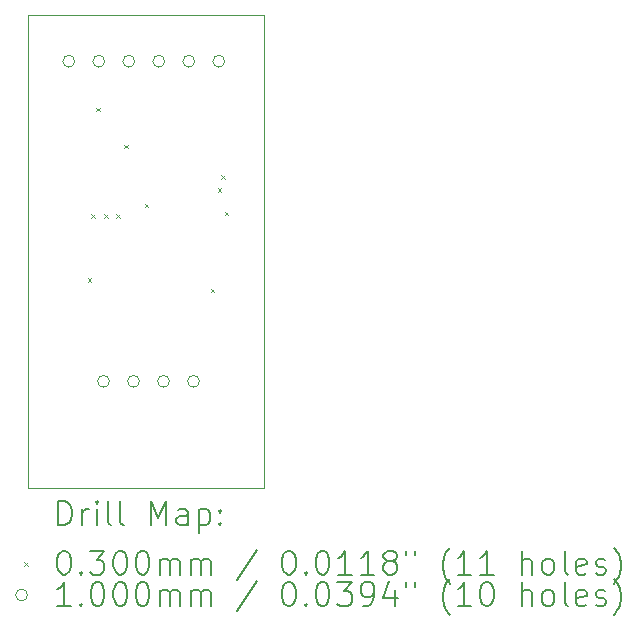
<source format=gbr>
%TF.GenerationSoftware,KiCad,Pcbnew,7.0.10-7.0.10~ubuntu22.04.1*%
%TF.CreationDate,2024-01-27T22:34:03+01:00*%
%TF.ProjectId,pmod_adc12,706d6f64-5f61-4646-9331-322e6b696361,rev?*%
%TF.SameCoordinates,Original*%
%TF.FileFunction,Drillmap*%
%TF.FilePolarity,Positive*%
%FSLAX45Y45*%
G04 Gerber Fmt 4.5, Leading zero omitted, Abs format (unit mm)*
G04 Created by KiCad (PCBNEW 7.0.10-7.0.10~ubuntu22.04.1) date 2024-01-27 22:34:03*
%MOMM*%
%LPD*%
G01*
G04 APERTURE LIST*
%ADD10C,0.100000*%
%ADD11C,0.200000*%
G04 APERTURE END LIST*
D10*
X10000000Y-8000000D02*
X10000000Y-4000000D01*
X12000000Y-8000000D02*
X10000000Y-8000000D01*
X12000000Y-4000000D02*
X12000000Y-8000000D01*
X10000000Y-4000000D02*
X12000000Y-4000000D01*
D11*
D10*
X10505000Y-6225000D02*
X10535000Y-6255000D01*
X10535000Y-6225000D02*
X10505000Y-6255000D01*
X10535000Y-5685000D02*
X10565000Y-5715000D01*
X10565000Y-5685000D02*
X10535000Y-5715000D01*
X10575000Y-4782500D02*
X10605000Y-4812500D01*
X10605000Y-4782500D02*
X10575000Y-4812500D01*
X10645000Y-5685000D02*
X10675000Y-5715000D01*
X10675000Y-5685000D02*
X10645000Y-5715000D01*
X10745000Y-5685000D02*
X10775000Y-5715000D01*
X10775000Y-5685000D02*
X10745000Y-5715000D01*
X10815000Y-5095000D02*
X10845000Y-5125000D01*
X10845000Y-5095000D02*
X10815000Y-5125000D01*
X10985000Y-5595000D02*
X11015000Y-5625000D01*
X11015000Y-5595000D02*
X10985000Y-5625000D01*
X11545000Y-6315000D02*
X11575000Y-6345000D01*
X11575000Y-6315000D02*
X11545000Y-6345000D01*
X11605000Y-5465000D02*
X11635000Y-5495000D01*
X11635000Y-5465000D02*
X11605000Y-5495000D01*
X11635000Y-5355000D02*
X11665000Y-5385000D01*
X11665000Y-5355000D02*
X11635000Y-5385000D01*
X11665000Y-5665000D02*
X11695000Y-5695000D01*
X11695000Y-5665000D02*
X11665000Y-5695000D01*
X10394000Y-4390000D02*
G75*
G03*
X10294000Y-4390000I-50000J0D01*
G01*
X10294000Y-4390000D02*
G75*
G03*
X10394000Y-4390000I50000J0D01*
G01*
X10648000Y-4390000D02*
G75*
G03*
X10548000Y-4390000I-50000J0D01*
G01*
X10548000Y-4390000D02*
G75*
G03*
X10648000Y-4390000I50000J0D01*
G01*
X10688000Y-7100000D02*
G75*
G03*
X10588000Y-7100000I-50000J0D01*
G01*
X10588000Y-7100000D02*
G75*
G03*
X10688000Y-7100000I50000J0D01*
G01*
X10902000Y-4390000D02*
G75*
G03*
X10802000Y-4390000I-50000J0D01*
G01*
X10802000Y-4390000D02*
G75*
G03*
X10902000Y-4390000I50000J0D01*
G01*
X10942000Y-7100000D02*
G75*
G03*
X10842000Y-7100000I-50000J0D01*
G01*
X10842000Y-7100000D02*
G75*
G03*
X10942000Y-7100000I50000J0D01*
G01*
X11156000Y-4390000D02*
G75*
G03*
X11056000Y-4390000I-50000J0D01*
G01*
X11056000Y-4390000D02*
G75*
G03*
X11156000Y-4390000I50000J0D01*
G01*
X11196000Y-7100000D02*
G75*
G03*
X11096000Y-7100000I-50000J0D01*
G01*
X11096000Y-7100000D02*
G75*
G03*
X11196000Y-7100000I50000J0D01*
G01*
X11410000Y-4390000D02*
G75*
G03*
X11310000Y-4390000I-50000J0D01*
G01*
X11310000Y-4390000D02*
G75*
G03*
X11410000Y-4390000I50000J0D01*
G01*
X11450000Y-7100000D02*
G75*
G03*
X11350000Y-7100000I-50000J0D01*
G01*
X11350000Y-7100000D02*
G75*
G03*
X11450000Y-7100000I50000J0D01*
G01*
X11664000Y-4390000D02*
G75*
G03*
X11564000Y-4390000I-50000J0D01*
G01*
X11564000Y-4390000D02*
G75*
G03*
X11664000Y-4390000I50000J0D01*
G01*
D11*
X10255777Y-8316484D02*
X10255777Y-8116484D01*
X10255777Y-8116484D02*
X10303396Y-8116484D01*
X10303396Y-8116484D02*
X10331967Y-8126008D01*
X10331967Y-8126008D02*
X10351015Y-8145055D01*
X10351015Y-8145055D02*
X10360539Y-8164103D01*
X10360539Y-8164103D02*
X10370063Y-8202198D01*
X10370063Y-8202198D02*
X10370063Y-8230769D01*
X10370063Y-8230769D02*
X10360539Y-8268865D01*
X10360539Y-8268865D02*
X10351015Y-8287912D01*
X10351015Y-8287912D02*
X10331967Y-8306960D01*
X10331967Y-8306960D02*
X10303396Y-8316484D01*
X10303396Y-8316484D02*
X10255777Y-8316484D01*
X10455777Y-8316484D02*
X10455777Y-8183150D01*
X10455777Y-8221246D02*
X10465301Y-8202198D01*
X10465301Y-8202198D02*
X10474824Y-8192674D01*
X10474824Y-8192674D02*
X10493872Y-8183150D01*
X10493872Y-8183150D02*
X10512920Y-8183150D01*
X10579586Y-8316484D02*
X10579586Y-8183150D01*
X10579586Y-8116484D02*
X10570063Y-8126008D01*
X10570063Y-8126008D02*
X10579586Y-8135531D01*
X10579586Y-8135531D02*
X10589110Y-8126008D01*
X10589110Y-8126008D02*
X10579586Y-8116484D01*
X10579586Y-8116484D02*
X10579586Y-8135531D01*
X10703396Y-8316484D02*
X10684348Y-8306960D01*
X10684348Y-8306960D02*
X10674824Y-8287912D01*
X10674824Y-8287912D02*
X10674824Y-8116484D01*
X10808158Y-8316484D02*
X10789110Y-8306960D01*
X10789110Y-8306960D02*
X10779586Y-8287912D01*
X10779586Y-8287912D02*
X10779586Y-8116484D01*
X11036729Y-8316484D02*
X11036729Y-8116484D01*
X11036729Y-8116484D02*
X11103396Y-8259341D01*
X11103396Y-8259341D02*
X11170063Y-8116484D01*
X11170063Y-8116484D02*
X11170063Y-8316484D01*
X11351015Y-8316484D02*
X11351015Y-8211722D01*
X11351015Y-8211722D02*
X11341491Y-8192674D01*
X11341491Y-8192674D02*
X11322443Y-8183150D01*
X11322443Y-8183150D02*
X11284348Y-8183150D01*
X11284348Y-8183150D02*
X11265301Y-8192674D01*
X11351015Y-8306960D02*
X11331967Y-8316484D01*
X11331967Y-8316484D02*
X11284348Y-8316484D01*
X11284348Y-8316484D02*
X11265301Y-8306960D01*
X11265301Y-8306960D02*
X11255777Y-8287912D01*
X11255777Y-8287912D02*
X11255777Y-8268865D01*
X11255777Y-8268865D02*
X11265301Y-8249817D01*
X11265301Y-8249817D02*
X11284348Y-8240293D01*
X11284348Y-8240293D02*
X11331967Y-8240293D01*
X11331967Y-8240293D02*
X11351015Y-8230769D01*
X11446253Y-8183150D02*
X11446253Y-8383150D01*
X11446253Y-8192674D02*
X11465301Y-8183150D01*
X11465301Y-8183150D02*
X11503396Y-8183150D01*
X11503396Y-8183150D02*
X11522443Y-8192674D01*
X11522443Y-8192674D02*
X11531967Y-8202198D01*
X11531967Y-8202198D02*
X11541491Y-8221246D01*
X11541491Y-8221246D02*
X11541491Y-8278388D01*
X11541491Y-8278388D02*
X11531967Y-8297436D01*
X11531967Y-8297436D02*
X11522443Y-8306960D01*
X11522443Y-8306960D02*
X11503396Y-8316484D01*
X11503396Y-8316484D02*
X11465301Y-8316484D01*
X11465301Y-8316484D02*
X11446253Y-8306960D01*
X11627205Y-8297436D02*
X11636729Y-8306960D01*
X11636729Y-8306960D02*
X11627205Y-8316484D01*
X11627205Y-8316484D02*
X11617682Y-8306960D01*
X11617682Y-8306960D02*
X11627205Y-8297436D01*
X11627205Y-8297436D02*
X11627205Y-8316484D01*
X11627205Y-8192674D02*
X11636729Y-8202198D01*
X11636729Y-8202198D02*
X11627205Y-8211722D01*
X11627205Y-8211722D02*
X11617682Y-8202198D01*
X11617682Y-8202198D02*
X11627205Y-8192674D01*
X11627205Y-8192674D02*
X11627205Y-8211722D01*
D10*
X9965000Y-8630000D02*
X9995000Y-8660000D01*
X9995000Y-8630000D02*
X9965000Y-8660000D01*
D11*
X10293872Y-8536484D02*
X10312920Y-8536484D01*
X10312920Y-8536484D02*
X10331967Y-8546008D01*
X10331967Y-8546008D02*
X10341491Y-8555531D01*
X10341491Y-8555531D02*
X10351015Y-8574579D01*
X10351015Y-8574579D02*
X10360539Y-8612674D01*
X10360539Y-8612674D02*
X10360539Y-8660293D01*
X10360539Y-8660293D02*
X10351015Y-8698389D01*
X10351015Y-8698389D02*
X10341491Y-8717436D01*
X10341491Y-8717436D02*
X10331967Y-8726960D01*
X10331967Y-8726960D02*
X10312920Y-8736484D01*
X10312920Y-8736484D02*
X10293872Y-8736484D01*
X10293872Y-8736484D02*
X10274824Y-8726960D01*
X10274824Y-8726960D02*
X10265301Y-8717436D01*
X10265301Y-8717436D02*
X10255777Y-8698389D01*
X10255777Y-8698389D02*
X10246253Y-8660293D01*
X10246253Y-8660293D02*
X10246253Y-8612674D01*
X10246253Y-8612674D02*
X10255777Y-8574579D01*
X10255777Y-8574579D02*
X10265301Y-8555531D01*
X10265301Y-8555531D02*
X10274824Y-8546008D01*
X10274824Y-8546008D02*
X10293872Y-8536484D01*
X10446253Y-8717436D02*
X10455777Y-8726960D01*
X10455777Y-8726960D02*
X10446253Y-8736484D01*
X10446253Y-8736484D02*
X10436729Y-8726960D01*
X10436729Y-8726960D02*
X10446253Y-8717436D01*
X10446253Y-8717436D02*
X10446253Y-8736484D01*
X10522444Y-8536484D02*
X10646253Y-8536484D01*
X10646253Y-8536484D02*
X10579586Y-8612674D01*
X10579586Y-8612674D02*
X10608158Y-8612674D01*
X10608158Y-8612674D02*
X10627205Y-8622198D01*
X10627205Y-8622198D02*
X10636729Y-8631722D01*
X10636729Y-8631722D02*
X10646253Y-8650770D01*
X10646253Y-8650770D02*
X10646253Y-8698389D01*
X10646253Y-8698389D02*
X10636729Y-8717436D01*
X10636729Y-8717436D02*
X10627205Y-8726960D01*
X10627205Y-8726960D02*
X10608158Y-8736484D01*
X10608158Y-8736484D02*
X10551015Y-8736484D01*
X10551015Y-8736484D02*
X10531967Y-8726960D01*
X10531967Y-8726960D02*
X10522444Y-8717436D01*
X10770063Y-8536484D02*
X10789110Y-8536484D01*
X10789110Y-8536484D02*
X10808158Y-8546008D01*
X10808158Y-8546008D02*
X10817682Y-8555531D01*
X10817682Y-8555531D02*
X10827205Y-8574579D01*
X10827205Y-8574579D02*
X10836729Y-8612674D01*
X10836729Y-8612674D02*
X10836729Y-8660293D01*
X10836729Y-8660293D02*
X10827205Y-8698389D01*
X10827205Y-8698389D02*
X10817682Y-8717436D01*
X10817682Y-8717436D02*
X10808158Y-8726960D01*
X10808158Y-8726960D02*
X10789110Y-8736484D01*
X10789110Y-8736484D02*
X10770063Y-8736484D01*
X10770063Y-8736484D02*
X10751015Y-8726960D01*
X10751015Y-8726960D02*
X10741491Y-8717436D01*
X10741491Y-8717436D02*
X10731967Y-8698389D01*
X10731967Y-8698389D02*
X10722444Y-8660293D01*
X10722444Y-8660293D02*
X10722444Y-8612674D01*
X10722444Y-8612674D02*
X10731967Y-8574579D01*
X10731967Y-8574579D02*
X10741491Y-8555531D01*
X10741491Y-8555531D02*
X10751015Y-8546008D01*
X10751015Y-8546008D02*
X10770063Y-8536484D01*
X10960539Y-8536484D02*
X10979586Y-8536484D01*
X10979586Y-8536484D02*
X10998634Y-8546008D01*
X10998634Y-8546008D02*
X11008158Y-8555531D01*
X11008158Y-8555531D02*
X11017682Y-8574579D01*
X11017682Y-8574579D02*
X11027205Y-8612674D01*
X11027205Y-8612674D02*
X11027205Y-8660293D01*
X11027205Y-8660293D02*
X11017682Y-8698389D01*
X11017682Y-8698389D02*
X11008158Y-8717436D01*
X11008158Y-8717436D02*
X10998634Y-8726960D01*
X10998634Y-8726960D02*
X10979586Y-8736484D01*
X10979586Y-8736484D02*
X10960539Y-8736484D01*
X10960539Y-8736484D02*
X10941491Y-8726960D01*
X10941491Y-8726960D02*
X10931967Y-8717436D01*
X10931967Y-8717436D02*
X10922444Y-8698389D01*
X10922444Y-8698389D02*
X10912920Y-8660293D01*
X10912920Y-8660293D02*
X10912920Y-8612674D01*
X10912920Y-8612674D02*
X10922444Y-8574579D01*
X10922444Y-8574579D02*
X10931967Y-8555531D01*
X10931967Y-8555531D02*
X10941491Y-8546008D01*
X10941491Y-8546008D02*
X10960539Y-8536484D01*
X11112920Y-8736484D02*
X11112920Y-8603150D01*
X11112920Y-8622198D02*
X11122444Y-8612674D01*
X11122444Y-8612674D02*
X11141491Y-8603150D01*
X11141491Y-8603150D02*
X11170063Y-8603150D01*
X11170063Y-8603150D02*
X11189110Y-8612674D01*
X11189110Y-8612674D02*
X11198634Y-8631722D01*
X11198634Y-8631722D02*
X11198634Y-8736484D01*
X11198634Y-8631722D02*
X11208158Y-8612674D01*
X11208158Y-8612674D02*
X11227205Y-8603150D01*
X11227205Y-8603150D02*
X11255777Y-8603150D01*
X11255777Y-8603150D02*
X11274824Y-8612674D01*
X11274824Y-8612674D02*
X11284348Y-8631722D01*
X11284348Y-8631722D02*
X11284348Y-8736484D01*
X11379586Y-8736484D02*
X11379586Y-8603150D01*
X11379586Y-8622198D02*
X11389110Y-8612674D01*
X11389110Y-8612674D02*
X11408158Y-8603150D01*
X11408158Y-8603150D02*
X11436729Y-8603150D01*
X11436729Y-8603150D02*
X11455777Y-8612674D01*
X11455777Y-8612674D02*
X11465301Y-8631722D01*
X11465301Y-8631722D02*
X11465301Y-8736484D01*
X11465301Y-8631722D02*
X11474824Y-8612674D01*
X11474824Y-8612674D02*
X11493872Y-8603150D01*
X11493872Y-8603150D02*
X11522443Y-8603150D01*
X11522443Y-8603150D02*
X11541491Y-8612674D01*
X11541491Y-8612674D02*
X11551015Y-8631722D01*
X11551015Y-8631722D02*
X11551015Y-8736484D01*
X11941491Y-8526960D02*
X11770063Y-8784103D01*
X12198634Y-8536484D02*
X12217682Y-8536484D01*
X12217682Y-8536484D02*
X12236729Y-8546008D01*
X12236729Y-8546008D02*
X12246253Y-8555531D01*
X12246253Y-8555531D02*
X12255777Y-8574579D01*
X12255777Y-8574579D02*
X12265301Y-8612674D01*
X12265301Y-8612674D02*
X12265301Y-8660293D01*
X12265301Y-8660293D02*
X12255777Y-8698389D01*
X12255777Y-8698389D02*
X12246253Y-8717436D01*
X12246253Y-8717436D02*
X12236729Y-8726960D01*
X12236729Y-8726960D02*
X12217682Y-8736484D01*
X12217682Y-8736484D02*
X12198634Y-8736484D01*
X12198634Y-8736484D02*
X12179586Y-8726960D01*
X12179586Y-8726960D02*
X12170063Y-8717436D01*
X12170063Y-8717436D02*
X12160539Y-8698389D01*
X12160539Y-8698389D02*
X12151015Y-8660293D01*
X12151015Y-8660293D02*
X12151015Y-8612674D01*
X12151015Y-8612674D02*
X12160539Y-8574579D01*
X12160539Y-8574579D02*
X12170063Y-8555531D01*
X12170063Y-8555531D02*
X12179586Y-8546008D01*
X12179586Y-8546008D02*
X12198634Y-8536484D01*
X12351015Y-8717436D02*
X12360539Y-8726960D01*
X12360539Y-8726960D02*
X12351015Y-8736484D01*
X12351015Y-8736484D02*
X12341491Y-8726960D01*
X12341491Y-8726960D02*
X12351015Y-8717436D01*
X12351015Y-8717436D02*
X12351015Y-8736484D01*
X12484348Y-8536484D02*
X12503396Y-8536484D01*
X12503396Y-8536484D02*
X12522444Y-8546008D01*
X12522444Y-8546008D02*
X12531967Y-8555531D01*
X12531967Y-8555531D02*
X12541491Y-8574579D01*
X12541491Y-8574579D02*
X12551015Y-8612674D01*
X12551015Y-8612674D02*
X12551015Y-8660293D01*
X12551015Y-8660293D02*
X12541491Y-8698389D01*
X12541491Y-8698389D02*
X12531967Y-8717436D01*
X12531967Y-8717436D02*
X12522444Y-8726960D01*
X12522444Y-8726960D02*
X12503396Y-8736484D01*
X12503396Y-8736484D02*
X12484348Y-8736484D01*
X12484348Y-8736484D02*
X12465301Y-8726960D01*
X12465301Y-8726960D02*
X12455777Y-8717436D01*
X12455777Y-8717436D02*
X12446253Y-8698389D01*
X12446253Y-8698389D02*
X12436729Y-8660293D01*
X12436729Y-8660293D02*
X12436729Y-8612674D01*
X12436729Y-8612674D02*
X12446253Y-8574579D01*
X12446253Y-8574579D02*
X12455777Y-8555531D01*
X12455777Y-8555531D02*
X12465301Y-8546008D01*
X12465301Y-8546008D02*
X12484348Y-8536484D01*
X12741491Y-8736484D02*
X12627206Y-8736484D01*
X12684348Y-8736484D02*
X12684348Y-8536484D01*
X12684348Y-8536484D02*
X12665301Y-8565055D01*
X12665301Y-8565055D02*
X12646253Y-8584103D01*
X12646253Y-8584103D02*
X12627206Y-8593627D01*
X12931967Y-8736484D02*
X12817682Y-8736484D01*
X12874825Y-8736484D02*
X12874825Y-8536484D01*
X12874825Y-8536484D02*
X12855777Y-8565055D01*
X12855777Y-8565055D02*
X12836729Y-8584103D01*
X12836729Y-8584103D02*
X12817682Y-8593627D01*
X13046253Y-8622198D02*
X13027206Y-8612674D01*
X13027206Y-8612674D02*
X13017682Y-8603150D01*
X13017682Y-8603150D02*
X13008158Y-8584103D01*
X13008158Y-8584103D02*
X13008158Y-8574579D01*
X13008158Y-8574579D02*
X13017682Y-8555531D01*
X13017682Y-8555531D02*
X13027206Y-8546008D01*
X13027206Y-8546008D02*
X13046253Y-8536484D01*
X13046253Y-8536484D02*
X13084348Y-8536484D01*
X13084348Y-8536484D02*
X13103396Y-8546008D01*
X13103396Y-8546008D02*
X13112920Y-8555531D01*
X13112920Y-8555531D02*
X13122444Y-8574579D01*
X13122444Y-8574579D02*
X13122444Y-8584103D01*
X13122444Y-8584103D02*
X13112920Y-8603150D01*
X13112920Y-8603150D02*
X13103396Y-8612674D01*
X13103396Y-8612674D02*
X13084348Y-8622198D01*
X13084348Y-8622198D02*
X13046253Y-8622198D01*
X13046253Y-8622198D02*
X13027206Y-8631722D01*
X13027206Y-8631722D02*
X13017682Y-8641246D01*
X13017682Y-8641246D02*
X13008158Y-8660293D01*
X13008158Y-8660293D02*
X13008158Y-8698389D01*
X13008158Y-8698389D02*
X13017682Y-8717436D01*
X13017682Y-8717436D02*
X13027206Y-8726960D01*
X13027206Y-8726960D02*
X13046253Y-8736484D01*
X13046253Y-8736484D02*
X13084348Y-8736484D01*
X13084348Y-8736484D02*
X13103396Y-8726960D01*
X13103396Y-8726960D02*
X13112920Y-8717436D01*
X13112920Y-8717436D02*
X13122444Y-8698389D01*
X13122444Y-8698389D02*
X13122444Y-8660293D01*
X13122444Y-8660293D02*
X13112920Y-8641246D01*
X13112920Y-8641246D02*
X13103396Y-8631722D01*
X13103396Y-8631722D02*
X13084348Y-8622198D01*
X13198634Y-8536484D02*
X13198634Y-8574579D01*
X13274825Y-8536484D02*
X13274825Y-8574579D01*
X13570063Y-8812674D02*
X13560539Y-8803150D01*
X13560539Y-8803150D02*
X13541491Y-8774579D01*
X13541491Y-8774579D02*
X13531968Y-8755531D01*
X13531968Y-8755531D02*
X13522444Y-8726960D01*
X13522444Y-8726960D02*
X13512920Y-8679341D01*
X13512920Y-8679341D02*
X13512920Y-8641246D01*
X13512920Y-8641246D02*
X13522444Y-8593627D01*
X13522444Y-8593627D02*
X13531968Y-8565055D01*
X13531968Y-8565055D02*
X13541491Y-8546008D01*
X13541491Y-8546008D02*
X13560539Y-8517436D01*
X13560539Y-8517436D02*
X13570063Y-8507912D01*
X13751015Y-8736484D02*
X13636729Y-8736484D01*
X13693872Y-8736484D02*
X13693872Y-8536484D01*
X13693872Y-8536484D02*
X13674825Y-8565055D01*
X13674825Y-8565055D02*
X13655777Y-8584103D01*
X13655777Y-8584103D02*
X13636729Y-8593627D01*
X13941491Y-8736484D02*
X13827206Y-8736484D01*
X13884348Y-8736484D02*
X13884348Y-8536484D01*
X13884348Y-8536484D02*
X13865301Y-8565055D01*
X13865301Y-8565055D02*
X13846253Y-8584103D01*
X13846253Y-8584103D02*
X13827206Y-8593627D01*
X14179587Y-8736484D02*
X14179587Y-8536484D01*
X14265301Y-8736484D02*
X14265301Y-8631722D01*
X14265301Y-8631722D02*
X14255777Y-8612674D01*
X14255777Y-8612674D02*
X14236730Y-8603150D01*
X14236730Y-8603150D02*
X14208158Y-8603150D01*
X14208158Y-8603150D02*
X14189110Y-8612674D01*
X14189110Y-8612674D02*
X14179587Y-8622198D01*
X14389110Y-8736484D02*
X14370063Y-8726960D01*
X14370063Y-8726960D02*
X14360539Y-8717436D01*
X14360539Y-8717436D02*
X14351015Y-8698389D01*
X14351015Y-8698389D02*
X14351015Y-8641246D01*
X14351015Y-8641246D02*
X14360539Y-8622198D01*
X14360539Y-8622198D02*
X14370063Y-8612674D01*
X14370063Y-8612674D02*
X14389110Y-8603150D01*
X14389110Y-8603150D02*
X14417682Y-8603150D01*
X14417682Y-8603150D02*
X14436730Y-8612674D01*
X14436730Y-8612674D02*
X14446253Y-8622198D01*
X14446253Y-8622198D02*
X14455777Y-8641246D01*
X14455777Y-8641246D02*
X14455777Y-8698389D01*
X14455777Y-8698389D02*
X14446253Y-8717436D01*
X14446253Y-8717436D02*
X14436730Y-8726960D01*
X14436730Y-8726960D02*
X14417682Y-8736484D01*
X14417682Y-8736484D02*
X14389110Y-8736484D01*
X14570063Y-8736484D02*
X14551015Y-8726960D01*
X14551015Y-8726960D02*
X14541491Y-8707912D01*
X14541491Y-8707912D02*
X14541491Y-8536484D01*
X14722444Y-8726960D02*
X14703396Y-8736484D01*
X14703396Y-8736484D02*
X14665301Y-8736484D01*
X14665301Y-8736484D02*
X14646253Y-8726960D01*
X14646253Y-8726960D02*
X14636730Y-8707912D01*
X14636730Y-8707912D02*
X14636730Y-8631722D01*
X14636730Y-8631722D02*
X14646253Y-8612674D01*
X14646253Y-8612674D02*
X14665301Y-8603150D01*
X14665301Y-8603150D02*
X14703396Y-8603150D01*
X14703396Y-8603150D02*
X14722444Y-8612674D01*
X14722444Y-8612674D02*
X14731968Y-8631722D01*
X14731968Y-8631722D02*
X14731968Y-8650770D01*
X14731968Y-8650770D02*
X14636730Y-8669817D01*
X14808158Y-8726960D02*
X14827206Y-8736484D01*
X14827206Y-8736484D02*
X14865301Y-8736484D01*
X14865301Y-8736484D02*
X14884349Y-8726960D01*
X14884349Y-8726960D02*
X14893872Y-8707912D01*
X14893872Y-8707912D02*
X14893872Y-8698389D01*
X14893872Y-8698389D02*
X14884349Y-8679341D01*
X14884349Y-8679341D02*
X14865301Y-8669817D01*
X14865301Y-8669817D02*
X14836730Y-8669817D01*
X14836730Y-8669817D02*
X14817682Y-8660293D01*
X14817682Y-8660293D02*
X14808158Y-8641246D01*
X14808158Y-8641246D02*
X14808158Y-8631722D01*
X14808158Y-8631722D02*
X14817682Y-8612674D01*
X14817682Y-8612674D02*
X14836730Y-8603150D01*
X14836730Y-8603150D02*
X14865301Y-8603150D01*
X14865301Y-8603150D02*
X14884349Y-8612674D01*
X14960539Y-8812674D02*
X14970063Y-8803150D01*
X14970063Y-8803150D02*
X14989111Y-8774579D01*
X14989111Y-8774579D02*
X14998634Y-8755531D01*
X14998634Y-8755531D02*
X15008158Y-8726960D01*
X15008158Y-8726960D02*
X15017682Y-8679341D01*
X15017682Y-8679341D02*
X15017682Y-8641246D01*
X15017682Y-8641246D02*
X15008158Y-8593627D01*
X15008158Y-8593627D02*
X14998634Y-8565055D01*
X14998634Y-8565055D02*
X14989111Y-8546008D01*
X14989111Y-8546008D02*
X14970063Y-8517436D01*
X14970063Y-8517436D02*
X14960539Y-8507912D01*
D10*
X9995000Y-8909000D02*
G75*
G03*
X9895000Y-8909000I-50000J0D01*
G01*
X9895000Y-8909000D02*
G75*
G03*
X9995000Y-8909000I50000J0D01*
G01*
D11*
X10360539Y-9000484D02*
X10246253Y-9000484D01*
X10303396Y-9000484D02*
X10303396Y-8800484D01*
X10303396Y-8800484D02*
X10284348Y-8829055D01*
X10284348Y-8829055D02*
X10265301Y-8848103D01*
X10265301Y-8848103D02*
X10246253Y-8857627D01*
X10446253Y-8981436D02*
X10455777Y-8990960D01*
X10455777Y-8990960D02*
X10446253Y-9000484D01*
X10446253Y-9000484D02*
X10436729Y-8990960D01*
X10436729Y-8990960D02*
X10446253Y-8981436D01*
X10446253Y-8981436D02*
X10446253Y-9000484D01*
X10579586Y-8800484D02*
X10598634Y-8800484D01*
X10598634Y-8800484D02*
X10617682Y-8810008D01*
X10617682Y-8810008D02*
X10627205Y-8819531D01*
X10627205Y-8819531D02*
X10636729Y-8838579D01*
X10636729Y-8838579D02*
X10646253Y-8876674D01*
X10646253Y-8876674D02*
X10646253Y-8924293D01*
X10646253Y-8924293D02*
X10636729Y-8962389D01*
X10636729Y-8962389D02*
X10627205Y-8981436D01*
X10627205Y-8981436D02*
X10617682Y-8990960D01*
X10617682Y-8990960D02*
X10598634Y-9000484D01*
X10598634Y-9000484D02*
X10579586Y-9000484D01*
X10579586Y-9000484D02*
X10560539Y-8990960D01*
X10560539Y-8990960D02*
X10551015Y-8981436D01*
X10551015Y-8981436D02*
X10541491Y-8962389D01*
X10541491Y-8962389D02*
X10531967Y-8924293D01*
X10531967Y-8924293D02*
X10531967Y-8876674D01*
X10531967Y-8876674D02*
X10541491Y-8838579D01*
X10541491Y-8838579D02*
X10551015Y-8819531D01*
X10551015Y-8819531D02*
X10560539Y-8810008D01*
X10560539Y-8810008D02*
X10579586Y-8800484D01*
X10770063Y-8800484D02*
X10789110Y-8800484D01*
X10789110Y-8800484D02*
X10808158Y-8810008D01*
X10808158Y-8810008D02*
X10817682Y-8819531D01*
X10817682Y-8819531D02*
X10827205Y-8838579D01*
X10827205Y-8838579D02*
X10836729Y-8876674D01*
X10836729Y-8876674D02*
X10836729Y-8924293D01*
X10836729Y-8924293D02*
X10827205Y-8962389D01*
X10827205Y-8962389D02*
X10817682Y-8981436D01*
X10817682Y-8981436D02*
X10808158Y-8990960D01*
X10808158Y-8990960D02*
X10789110Y-9000484D01*
X10789110Y-9000484D02*
X10770063Y-9000484D01*
X10770063Y-9000484D02*
X10751015Y-8990960D01*
X10751015Y-8990960D02*
X10741491Y-8981436D01*
X10741491Y-8981436D02*
X10731967Y-8962389D01*
X10731967Y-8962389D02*
X10722444Y-8924293D01*
X10722444Y-8924293D02*
X10722444Y-8876674D01*
X10722444Y-8876674D02*
X10731967Y-8838579D01*
X10731967Y-8838579D02*
X10741491Y-8819531D01*
X10741491Y-8819531D02*
X10751015Y-8810008D01*
X10751015Y-8810008D02*
X10770063Y-8800484D01*
X10960539Y-8800484D02*
X10979586Y-8800484D01*
X10979586Y-8800484D02*
X10998634Y-8810008D01*
X10998634Y-8810008D02*
X11008158Y-8819531D01*
X11008158Y-8819531D02*
X11017682Y-8838579D01*
X11017682Y-8838579D02*
X11027205Y-8876674D01*
X11027205Y-8876674D02*
X11027205Y-8924293D01*
X11027205Y-8924293D02*
X11017682Y-8962389D01*
X11017682Y-8962389D02*
X11008158Y-8981436D01*
X11008158Y-8981436D02*
X10998634Y-8990960D01*
X10998634Y-8990960D02*
X10979586Y-9000484D01*
X10979586Y-9000484D02*
X10960539Y-9000484D01*
X10960539Y-9000484D02*
X10941491Y-8990960D01*
X10941491Y-8990960D02*
X10931967Y-8981436D01*
X10931967Y-8981436D02*
X10922444Y-8962389D01*
X10922444Y-8962389D02*
X10912920Y-8924293D01*
X10912920Y-8924293D02*
X10912920Y-8876674D01*
X10912920Y-8876674D02*
X10922444Y-8838579D01*
X10922444Y-8838579D02*
X10931967Y-8819531D01*
X10931967Y-8819531D02*
X10941491Y-8810008D01*
X10941491Y-8810008D02*
X10960539Y-8800484D01*
X11112920Y-9000484D02*
X11112920Y-8867150D01*
X11112920Y-8886198D02*
X11122444Y-8876674D01*
X11122444Y-8876674D02*
X11141491Y-8867150D01*
X11141491Y-8867150D02*
X11170063Y-8867150D01*
X11170063Y-8867150D02*
X11189110Y-8876674D01*
X11189110Y-8876674D02*
X11198634Y-8895722D01*
X11198634Y-8895722D02*
X11198634Y-9000484D01*
X11198634Y-8895722D02*
X11208158Y-8876674D01*
X11208158Y-8876674D02*
X11227205Y-8867150D01*
X11227205Y-8867150D02*
X11255777Y-8867150D01*
X11255777Y-8867150D02*
X11274824Y-8876674D01*
X11274824Y-8876674D02*
X11284348Y-8895722D01*
X11284348Y-8895722D02*
X11284348Y-9000484D01*
X11379586Y-9000484D02*
X11379586Y-8867150D01*
X11379586Y-8886198D02*
X11389110Y-8876674D01*
X11389110Y-8876674D02*
X11408158Y-8867150D01*
X11408158Y-8867150D02*
X11436729Y-8867150D01*
X11436729Y-8867150D02*
X11455777Y-8876674D01*
X11455777Y-8876674D02*
X11465301Y-8895722D01*
X11465301Y-8895722D02*
X11465301Y-9000484D01*
X11465301Y-8895722D02*
X11474824Y-8876674D01*
X11474824Y-8876674D02*
X11493872Y-8867150D01*
X11493872Y-8867150D02*
X11522443Y-8867150D01*
X11522443Y-8867150D02*
X11541491Y-8876674D01*
X11541491Y-8876674D02*
X11551015Y-8895722D01*
X11551015Y-8895722D02*
X11551015Y-9000484D01*
X11941491Y-8790960D02*
X11770063Y-9048103D01*
X12198634Y-8800484D02*
X12217682Y-8800484D01*
X12217682Y-8800484D02*
X12236729Y-8810008D01*
X12236729Y-8810008D02*
X12246253Y-8819531D01*
X12246253Y-8819531D02*
X12255777Y-8838579D01*
X12255777Y-8838579D02*
X12265301Y-8876674D01*
X12265301Y-8876674D02*
X12265301Y-8924293D01*
X12265301Y-8924293D02*
X12255777Y-8962389D01*
X12255777Y-8962389D02*
X12246253Y-8981436D01*
X12246253Y-8981436D02*
X12236729Y-8990960D01*
X12236729Y-8990960D02*
X12217682Y-9000484D01*
X12217682Y-9000484D02*
X12198634Y-9000484D01*
X12198634Y-9000484D02*
X12179586Y-8990960D01*
X12179586Y-8990960D02*
X12170063Y-8981436D01*
X12170063Y-8981436D02*
X12160539Y-8962389D01*
X12160539Y-8962389D02*
X12151015Y-8924293D01*
X12151015Y-8924293D02*
X12151015Y-8876674D01*
X12151015Y-8876674D02*
X12160539Y-8838579D01*
X12160539Y-8838579D02*
X12170063Y-8819531D01*
X12170063Y-8819531D02*
X12179586Y-8810008D01*
X12179586Y-8810008D02*
X12198634Y-8800484D01*
X12351015Y-8981436D02*
X12360539Y-8990960D01*
X12360539Y-8990960D02*
X12351015Y-9000484D01*
X12351015Y-9000484D02*
X12341491Y-8990960D01*
X12341491Y-8990960D02*
X12351015Y-8981436D01*
X12351015Y-8981436D02*
X12351015Y-9000484D01*
X12484348Y-8800484D02*
X12503396Y-8800484D01*
X12503396Y-8800484D02*
X12522444Y-8810008D01*
X12522444Y-8810008D02*
X12531967Y-8819531D01*
X12531967Y-8819531D02*
X12541491Y-8838579D01*
X12541491Y-8838579D02*
X12551015Y-8876674D01*
X12551015Y-8876674D02*
X12551015Y-8924293D01*
X12551015Y-8924293D02*
X12541491Y-8962389D01*
X12541491Y-8962389D02*
X12531967Y-8981436D01*
X12531967Y-8981436D02*
X12522444Y-8990960D01*
X12522444Y-8990960D02*
X12503396Y-9000484D01*
X12503396Y-9000484D02*
X12484348Y-9000484D01*
X12484348Y-9000484D02*
X12465301Y-8990960D01*
X12465301Y-8990960D02*
X12455777Y-8981436D01*
X12455777Y-8981436D02*
X12446253Y-8962389D01*
X12446253Y-8962389D02*
X12436729Y-8924293D01*
X12436729Y-8924293D02*
X12436729Y-8876674D01*
X12436729Y-8876674D02*
X12446253Y-8838579D01*
X12446253Y-8838579D02*
X12455777Y-8819531D01*
X12455777Y-8819531D02*
X12465301Y-8810008D01*
X12465301Y-8810008D02*
X12484348Y-8800484D01*
X12617682Y-8800484D02*
X12741491Y-8800484D01*
X12741491Y-8800484D02*
X12674825Y-8876674D01*
X12674825Y-8876674D02*
X12703396Y-8876674D01*
X12703396Y-8876674D02*
X12722444Y-8886198D01*
X12722444Y-8886198D02*
X12731967Y-8895722D01*
X12731967Y-8895722D02*
X12741491Y-8914770D01*
X12741491Y-8914770D02*
X12741491Y-8962389D01*
X12741491Y-8962389D02*
X12731967Y-8981436D01*
X12731967Y-8981436D02*
X12722444Y-8990960D01*
X12722444Y-8990960D02*
X12703396Y-9000484D01*
X12703396Y-9000484D02*
X12646253Y-9000484D01*
X12646253Y-9000484D02*
X12627206Y-8990960D01*
X12627206Y-8990960D02*
X12617682Y-8981436D01*
X12836729Y-9000484D02*
X12874825Y-9000484D01*
X12874825Y-9000484D02*
X12893872Y-8990960D01*
X12893872Y-8990960D02*
X12903396Y-8981436D01*
X12903396Y-8981436D02*
X12922444Y-8952865D01*
X12922444Y-8952865D02*
X12931967Y-8914770D01*
X12931967Y-8914770D02*
X12931967Y-8838579D01*
X12931967Y-8838579D02*
X12922444Y-8819531D01*
X12922444Y-8819531D02*
X12912920Y-8810008D01*
X12912920Y-8810008D02*
X12893872Y-8800484D01*
X12893872Y-8800484D02*
X12855777Y-8800484D01*
X12855777Y-8800484D02*
X12836729Y-8810008D01*
X12836729Y-8810008D02*
X12827206Y-8819531D01*
X12827206Y-8819531D02*
X12817682Y-8838579D01*
X12817682Y-8838579D02*
X12817682Y-8886198D01*
X12817682Y-8886198D02*
X12827206Y-8905246D01*
X12827206Y-8905246D02*
X12836729Y-8914770D01*
X12836729Y-8914770D02*
X12855777Y-8924293D01*
X12855777Y-8924293D02*
X12893872Y-8924293D01*
X12893872Y-8924293D02*
X12912920Y-8914770D01*
X12912920Y-8914770D02*
X12922444Y-8905246D01*
X12922444Y-8905246D02*
X12931967Y-8886198D01*
X13103396Y-8867150D02*
X13103396Y-9000484D01*
X13055777Y-8790960D02*
X13008158Y-8933817D01*
X13008158Y-8933817D02*
X13131967Y-8933817D01*
X13198634Y-8800484D02*
X13198634Y-8838579D01*
X13274825Y-8800484D02*
X13274825Y-8838579D01*
X13570063Y-9076674D02*
X13560539Y-9067150D01*
X13560539Y-9067150D02*
X13541491Y-9038579D01*
X13541491Y-9038579D02*
X13531968Y-9019531D01*
X13531968Y-9019531D02*
X13522444Y-8990960D01*
X13522444Y-8990960D02*
X13512920Y-8943341D01*
X13512920Y-8943341D02*
X13512920Y-8905246D01*
X13512920Y-8905246D02*
X13522444Y-8857627D01*
X13522444Y-8857627D02*
X13531968Y-8829055D01*
X13531968Y-8829055D02*
X13541491Y-8810008D01*
X13541491Y-8810008D02*
X13560539Y-8781436D01*
X13560539Y-8781436D02*
X13570063Y-8771912D01*
X13751015Y-9000484D02*
X13636729Y-9000484D01*
X13693872Y-9000484D02*
X13693872Y-8800484D01*
X13693872Y-8800484D02*
X13674825Y-8829055D01*
X13674825Y-8829055D02*
X13655777Y-8848103D01*
X13655777Y-8848103D02*
X13636729Y-8857627D01*
X13874825Y-8800484D02*
X13893872Y-8800484D01*
X13893872Y-8800484D02*
X13912920Y-8810008D01*
X13912920Y-8810008D02*
X13922444Y-8819531D01*
X13922444Y-8819531D02*
X13931968Y-8838579D01*
X13931968Y-8838579D02*
X13941491Y-8876674D01*
X13941491Y-8876674D02*
X13941491Y-8924293D01*
X13941491Y-8924293D02*
X13931968Y-8962389D01*
X13931968Y-8962389D02*
X13922444Y-8981436D01*
X13922444Y-8981436D02*
X13912920Y-8990960D01*
X13912920Y-8990960D02*
X13893872Y-9000484D01*
X13893872Y-9000484D02*
X13874825Y-9000484D01*
X13874825Y-9000484D02*
X13855777Y-8990960D01*
X13855777Y-8990960D02*
X13846253Y-8981436D01*
X13846253Y-8981436D02*
X13836729Y-8962389D01*
X13836729Y-8962389D02*
X13827206Y-8924293D01*
X13827206Y-8924293D02*
X13827206Y-8876674D01*
X13827206Y-8876674D02*
X13836729Y-8838579D01*
X13836729Y-8838579D02*
X13846253Y-8819531D01*
X13846253Y-8819531D02*
X13855777Y-8810008D01*
X13855777Y-8810008D02*
X13874825Y-8800484D01*
X14179587Y-9000484D02*
X14179587Y-8800484D01*
X14265301Y-9000484D02*
X14265301Y-8895722D01*
X14265301Y-8895722D02*
X14255777Y-8876674D01*
X14255777Y-8876674D02*
X14236730Y-8867150D01*
X14236730Y-8867150D02*
X14208158Y-8867150D01*
X14208158Y-8867150D02*
X14189110Y-8876674D01*
X14189110Y-8876674D02*
X14179587Y-8886198D01*
X14389110Y-9000484D02*
X14370063Y-8990960D01*
X14370063Y-8990960D02*
X14360539Y-8981436D01*
X14360539Y-8981436D02*
X14351015Y-8962389D01*
X14351015Y-8962389D02*
X14351015Y-8905246D01*
X14351015Y-8905246D02*
X14360539Y-8886198D01*
X14360539Y-8886198D02*
X14370063Y-8876674D01*
X14370063Y-8876674D02*
X14389110Y-8867150D01*
X14389110Y-8867150D02*
X14417682Y-8867150D01*
X14417682Y-8867150D02*
X14436730Y-8876674D01*
X14436730Y-8876674D02*
X14446253Y-8886198D01*
X14446253Y-8886198D02*
X14455777Y-8905246D01*
X14455777Y-8905246D02*
X14455777Y-8962389D01*
X14455777Y-8962389D02*
X14446253Y-8981436D01*
X14446253Y-8981436D02*
X14436730Y-8990960D01*
X14436730Y-8990960D02*
X14417682Y-9000484D01*
X14417682Y-9000484D02*
X14389110Y-9000484D01*
X14570063Y-9000484D02*
X14551015Y-8990960D01*
X14551015Y-8990960D02*
X14541491Y-8971912D01*
X14541491Y-8971912D02*
X14541491Y-8800484D01*
X14722444Y-8990960D02*
X14703396Y-9000484D01*
X14703396Y-9000484D02*
X14665301Y-9000484D01*
X14665301Y-9000484D02*
X14646253Y-8990960D01*
X14646253Y-8990960D02*
X14636730Y-8971912D01*
X14636730Y-8971912D02*
X14636730Y-8895722D01*
X14636730Y-8895722D02*
X14646253Y-8876674D01*
X14646253Y-8876674D02*
X14665301Y-8867150D01*
X14665301Y-8867150D02*
X14703396Y-8867150D01*
X14703396Y-8867150D02*
X14722444Y-8876674D01*
X14722444Y-8876674D02*
X14731968Y-8895722D01*
X14731968Y-8895722D02*
X14731968Y-8914770D01*
X14731968Y-8914770D02*
X14636730Y-8933817D01*
X14808158Y-8990960D02*
X14827206Y-9000484D01*
X14827206Y-9000484D02*
X14865301Y-9000484D01*
X14865301Y-9000484D02*
X14884349Y-8990960D01*
X14884349Y-8990960D02*
X14893872Y-8971912D01*
X14893872Y-8971912D02*
X14893872Y-8962389D01*
X14893872Y-8962389D02*
X14884349Y-8943341D01*
X14884349Y-8943341D02*
X14865301Y-8933817D01*
X14865301Y-8933817D02*
X14836730Y-8933817D01*
X14836730Y-8933817D02*
X14817682Y-8924293D01*
X14817682Y-8924293D02*
X14808158Y-8905246D01*
X14808158Y-8905246D02*
X14808158Y-8895722D01*
X14808158Y-8895722D02*
X14817682Y-8876674D01*
X14817682Y-8876674D02*
X14836730Y-8867150D01*
X14836730Y-8867150D02*
X14865301Y-8867150D01*
X14865301Y-8867150D02*
X14884349Y-8876674D01*
X14960539Y-9076674D02*
X14970063Y-9067150D01*
X14970063Y-9067150D02*
X14989111Y-9038579D01*
X14989111Y-9038579D02*
X14998634Y-9019531D01*
X14998634Y-9019531D02*
X15008158Y-8990960D01*
X15008158Y-8990960D02*
X15017682Y-8943341D01*
X15017682Y-8943341D02*
X15017682Y-8905246D01*
X15017682Y-8905246D02*
X15008158Y-8857627D01*
X15008158Y-8857627D02*
X14998634Y-8829055D01*
X14998634Y-8829055D02*
X14989111Y-8810008D01*
X14989111Y-8810008D02*
X14970063Y-8781436D01*
X14970063Y-8781436D02*
X14960539Y-8771912D01*
M02*

</source>
